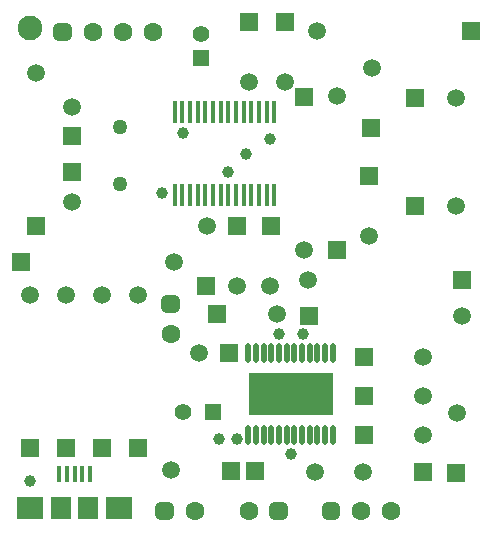
<source format=gbr>
G04 Generated by Ultiboard 13.0 *
%FSLAX24Y24*%
%MOIN*%

%ADD10C,0.0001*%
%ADD11C,0.0001*%
%ADD12C,0.08246*%
%ADD13C,0.0591*%
%ADD14R,0.0591X0.0591*%
%ADD15C,0.0500*%
%ADD16R,0.0177X0.0728*%
%ADD17C,0.0394*%
%ADD18R,0.0208X0.0208*%
%ADD19C,0.0392*%
%ADD20C,0.0633*%
%ADD21C,0.0300*%
%ADD22C,0.0551*%
%ADD23R,0.0551X0.0551*%
%ADD24R,0.0906X0.0748*%
%ADD25R,0.0709X0.0748*%
%ADD26R,0.0157X0.0551*%
%ADD27O,0.0177X0.0669*%


G04 ColorRGB FF00CC for the following layer *
%LNSolder Mask Top*%
%LPD*%
G54D10*
G54D11*
G36*
X8000Y3700D02*
X8000Y5100D01*
X10800Y5100D01*
X10800Y3700D01*
X8000Y3700D01*
G37*
G54D12*
X700Y16600D03*
G54D13*
X928Y15103D03*
X2128Y10801D03*
X8000Y14800D03*
X9200Y14800D03*
X8721Y8000D03*
X7600Y8000D03*
X6600Y10000D03*
X2128Y13970D03*
X5518Y8800D03*
X728Y7703D03*
X1928Y7703D03*
X3128Y7703D03*
X4328Y7703D03*
X9982Y8200D03*
X15118Y7000D03*
X10200Y1800D03*
X5400Y1850D03*
X11831Y1780D03*
X13819Y5620D03*
X9850Y9182D03*
X10950Y14318D03*
X14928Y10650D03*
X14928Y14250D03*
X10282Y16500D03*
X8950Y7050D03*
X6350Y5750D03*
X12000Y9650D03*
X12100Y15250D03*
X13819Y3020D03*
X13819Y4320D03*
X14950Y3750D03*
G54D14*
X928Y9985D03*
X2128Y11785D03*
X8020Y16800D03*
X9220Y16800D03*
X8741Y10000D03*
X7620Y10000D03*
X6580Y8000D03*
X2128Y12985D03*
X400Y8800D03*
X728Y2585D03*
X1928Y2585D03*
X3128Y2585D03*
X4328Y2585D03*
X15100Y8200D03*
X10000Y7000D03*
X8200Y1820D03*
X7400Y1830D03*
X13800Y1780D03*
X11850Y5620D03*
X9850Y14300D03*
X10950Y9200D03*
X13550Y10650D03*
X13550Y14250D03*
X15400Y16500D03*
X6950Y7070D03*
X7350Y5750D03*
X12020Y11650D03*
X12080Y13250D03*
X11850Y3020D03*
X11850Y4320D03*
X14930Y1750D03*
G54D15*
X3728Y11385D03*
X3728Y13302D03*
G54D16*
X5537Y11022D03*
X5793Y11022D03*
X6048Y11022D03*
X6304Y11022D03*
X6560Y11022D03*
X6816Y11022D03*
X7328Y11022D03*
X7584Y11022D03*
X7072Y11022D03*
X7840Y11022D03*
X8096Y11022D03*
X8352Y11022D03*
X8607Y11022D03*
X8863Y11022D03*
X6048Y13778D03*
X5793Y13778D03*
X5537Y13778D03*
X6816Y13778D03*
X6560Y13778D03*
X6304Y13778D03*
X7328Y13778D03*
X7584Y13778D03*
X7072Y13778D03*
X8352Y13778D03*
X8096Y13778D03*
X7840Y13778D03*
X8607Y13778D03*
X8863Y13778D03*
G54D17*
X7900Y12400D03*
X7300Y11800D03*
X5100Y11100D03*
X9000Y6400D03*
X9800Y6400D03*
X7000Y2900D03*
X7600Y2900D03*
X5800Y13100D03*
X8700Y12900D03*
X700Y1500D03*
X9400Y2400D03*
G54D18*
X9000Y500D03*
X10750Y500D03*
X5400Y7400D03*
X5200Y500D03*
X1800Y16450D03*
G54D19*
X8896Y396D02*
X9104Y396D01*
X9104Y604D01*
X8896Y604D01*
X8896Y396D01*D02*
X10646Y396D02*
X10854Y396D01*
X10854Y604D01*
X10646Y604D01*
X10646Y396D01*D02*
X5296Y7296D02*
X5504Y7296D01*
X5504Y7504D01*
X5296Y7504D01*
X5296Y7296D01*D02*
X5096Y396D02*
X5304Y396D01*
X5304Y604D01*
X5096Y604D01*
X5096Y396D01*D02*
X1696Y16346D02*
X1904Y16346D01*
X1904Y16554D01*
X1696Y16554D01*
X1696Y16346D01*D02*
G54D20*
X8000Y500D03*
X11750Y500D03*
X12750Y500D03*
X5400Y6400D03*
X6200Y500D03*
X3800Y16450D03*
X2800Y16450D03*
X4800Y16450D03*
G54D21*
X8400Y4000D03*
X8900Y4000D03*
X9400Y4000D03*
X9900Y4000D03*
X10400Y4000D03*
X8400Y4800D03*
X8900Y4800D03*
X8900Y4400D03*
X8400Y4400D03*
X9400Y4800D03*
X9400Y4400D03*
X9900Y4800D03*
X10400Y4800D03*
X10400Y4400D03*
X9900Y4400D03*
G54D22*
X5816Y3800D03*
X6400Y16387D03*
G54D23*
X6800Y3800D03*
X6400Y15600D03*
G54D24*
X724Y600D03*
X3676Y600D03*
G54D25*
X1747Y600D03*
X2653Y600D03*
G54D26*
X1688Y1722D03*
X2200Y1722D03*
X1944Y1722D03*
X2456Y1722D03*
X2712Y1722D03*
G54D27*
X7993Y3042D03*
X8760Y3042D03*
X8504Y3042D03*
X8248Y3042D03*
X9528Y3042D03*
X9272Y3042D03*
X9016Y3042D03*
X10040Y3042D03*
X9784Y3042D03*
X10296Y3042D03*
X10807Y3042D03*
X10552Y3042D03*
X7993Y5758D03*
X8760Y5758D03*
X8504Y5758D03*
X8248Y5758D03*
X9528Y5758D03*
X9272Y5758D03*
X9016Y5758D03*
X10040Y5758D03*
X9784Y5758D03*
X10296Y5758D03*
X10807Y5758D03*
X10552Y5758D03*

M02*

</source>
